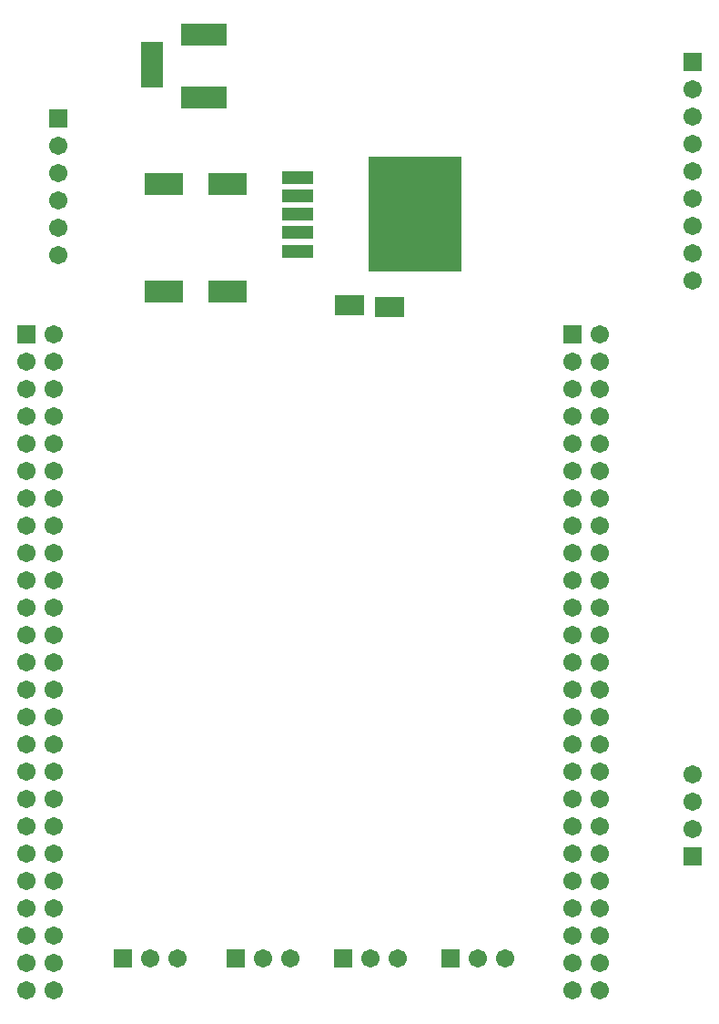
<source format=gts>
G04*
G04 #@! TF.GenerationSoftware,Altium Limited,Altium Designer,20.0.10 (225)*
G04*
G04 Layer_Color=8388736*
%FSLAX25Y25*%
%MOIN*%
G70*
G01*
G75*
%ADD15R,0.14383X0.07887*%
%ADD16R,0.10642X0.07493*%
%ADD17R,0.11627X0.05131*%
%ADD18R,0.34265X0.42139*%
%ADD19R,0.16548X0.07887*%
%ADD20R,0.07887X0.16548*%
%ADD21R,0.06706X0.06706*%
%ADD22C,0.06706*%
%ADD23R,0.06706X0.06706*%
D15*
X93307Y314764D02*
D03*
X70079D02*
D03*
X93307Y275394D02*
D03*
X70079D02*
D03*
D16*
X152768Y269776D02*
D03*
X137894Y270276D02*
D03*
D17*
X119095Y303681D02*
D03*
Y290177D02*
D03*
Y296909D02*
D03*
Y310374D02*
D03*
Y317106D02*
D03*
D18*
X161898Y303642D02*
D03*
D19*
X84646Y346457D02*
D03*
Y369291D02*
D03*
D20*
X65748Y358268D02*
D03*
D21*
X55118Y31496D02*
D03*
X96299D02*
D03*
X135669D02*
D03*
X175039D02*
D03*
D22*
X65118D02*
D03*
X75118D02*
D03*
X106299D02*
D03*
X116299D02*
D03*
X145669D02*
D03*
X155669D02*
D03*
X185039D02*
D03*
X195039D02*
D03*
X31496Y288898D02*
D03*
Y298898D02*
D03*
Y308898D02*
D03*
Y318898D02*
D03*
Y328898D02*
D03*
X229685Y259685D02*
D03*
X219685Y249685D02*
D03*
X229685D02*
D03*
X219685Y239685D02*
D03*
X229685D02*
D03*
X219685Y229685D02*
D03*
X229685D02*
D03*
X219685Y219685D02*
D03*
X229685D02*
D03*
X219685Y209685D02*
D03*
X229685D02*
D03*
X219685Y199685D02*
D03*
X229685D02*
D03*
X219685Y189685D02*
D03*
X229685D02*
D03*
X219685Y179685D02*
D03*
X229685D02*
D03*
X219685Y169685D02*
D03*
X229685D02*
D03*
X219685Y159685D02*
D03*
X229685D02*
D03*
X219685Y149685D02*
D03*
X229685D02*
D03*
X219685Y139685D02*
D03*
X229685D02*
D03*
X219685Y129685D02*
D03*
X229685D02*
D03*
X219685Y119685D02*
D03*
X229685D02*
D03*
X219685Y109685D02*
D03*
X229685D02*
D03*
X219685Y99685D02*
D03*
X229685D02*
D03*
X219685Y89685D02*
D03*
X229685D02*
D03*
X219685Y79685D02*
D03*
X229685D02*
D03*
X219685Y69685D02*
D03*
X229685D02*
D03*
X219685Y59685D02*
D03*
X229685D02*
D03*
X219685Y49685D02*
D03*
X229685D02*
D03*
X219685Y39685D02*
D03*
X229685D02*
D03*
X219685Y29685D02*
D03*
X229685D02*
D03*
X219685Y19685D02*
D03*
X229685D02*
D03*
X29685Y259685D02*
D03*
X19685Y249685D02*
D03*
X29685D02*
D03*
X19685Y239685D02*
D03*
X29685D02*
D03*
X19685Y229685D02*
D03*
X29685D02*
D03*
X19685Y219685D02*
D03*
X29685D02*
D03*
X19685Y209685D02*
D03*
X29685D02*
D03*
X19685Y199685D02*
D03*
X29685D02*
D03*
X19685Y189685D02*
D03*
X29685D02*
D03*
X19685Y179685D02*
D03*
X29685D02*
D03*
X19685Y169685D02*
D03*
X29685D02*
D03*
X19685Y159685D02*
D03*
X29685D02*
D03*
X19685Y149685D02*
D03*
X29685D02*
D03*
X19685Y139685D02*
D03*
X29685D02*
D03*
X19685Y129685D02*
D03*
X29685D02*
D03*
X19685Y119685D02*
D03*
X29685D02*
D03*
X19685Y109685D02*
D03*
X29685D02*
D03*
X19685Y99685D02*
D03*
X29685D02*
D03*
X19685Y89685D02*
D03*
X29685D02*
D03*
X19685Y79685D02*
D03*
X29685D02*
D03*
X19685Y69685D02*
D03*
X29685D02*
D03*
X19685Y59685D02*
D03*
X29685D02*
D03*
X19685Y49685D02*
D03*
X29685D02*
D03*
X19685Y39685D02*
D03*
X29685D02*
D03*
X19685Y29685D02*
D03*
X29685D02*
D03*
X19685Y19685D02*
D03*
X29685D02*
D03*
X263780Y349370D02*
D03*
Y279370D02*
D03*
Y289370D02*
D03*
Y299370D02*
D03*
Y309370D02*
D03*
Y319370D02*
D03*
Y329370D02*
D03*
Y339370D02*
D03*
X263681Y78740D02*
D03*
Y88740D02*
D03*
Y98740D02*
D03*
D23*
X31496Y338898D02*
D03*
X219685Y259685D02*
D03*
X19685D02*
D03*
X263780Y359370D02*
D03*
X263681Y68740D02*
D03*
M02*

</source>
